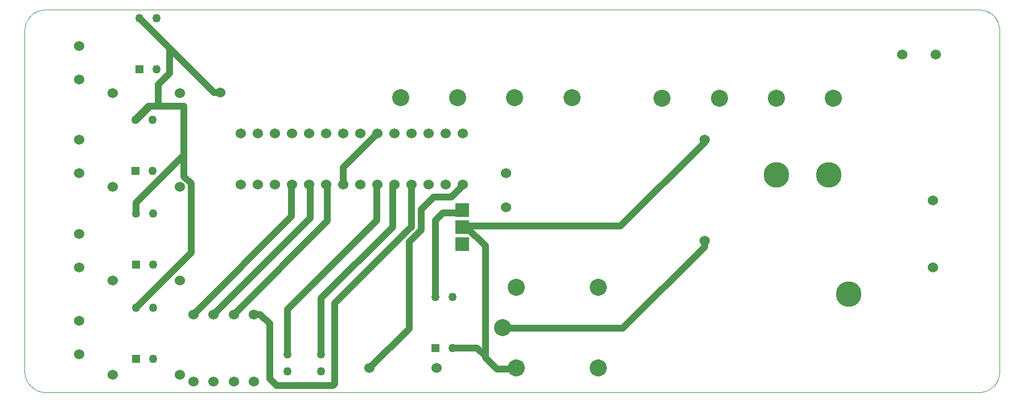
<source format=gbr>
G04 PROTEUS GERBER X2 FILE*
%TF.GenerationSoftware,Labcenter,Proteus,8.17-SP2-Build37159*%
%TF.CreationDate,2025-10-20T01:17:28+00:00*%
%TF.FileFunction,Copper,L1,Top*%
%TF.FilePolarity,Positive*%
%TF.Part,Single*%
%TF.SameCoordinates,{dfd261b3-5dba-4516-bcbd-5d7d19192189}*%
%FSLAX45Y45*%
%MOMM*%
G01*
%TA.AperFunction,Conductor*%
%ADD10C,1.016000*%
%TA.AperFunction,ViaPad*%
%ADD11C,1.524000*%
%TA.AperFunction,ComponentPad*%
%ADD12C,1.524000*%
%TA.AperFunction,ComponentPad*%
%ADD13C,2.540000*%
%TA.AperFunction,ComponentPad*%
%ADD14C,3.810000*%
%TA.AperFunction,ComponentPad*%
%ADD15R,2.032000X2.032000*%
%TA.AperFunction,ComponentPad*%
%ADD16R,1.270000X1.270000*%
%ADD17C,1.270000*%
%TA.AperFunction,ComponentPad*%
%ADD18C,1.016000*%
%TA.AperFunction,Profile*%
%ADD19C,0.101600*%
%TD.AperFunction*%
D10*
X-700000Y+1000000D02*
X-700000Y+962026D01*
X-1947522Y-285496D01*
X-4285496Y-285496D01*
X-4300000Y-300000D01*
X-700000Y-500000D02*
X-700000Y-594009D01*
X-1913198Y-1807207D01*
X-3692793Y-1807207D01*
X-3700000Y-1800000D01*
X-6400000Y-2000000D02*
X-6400000Y-1360000D01*
X-5340000Y-300000D01*
X-5340000Y+309460D01*
X-5311460Y+338000D01*
X-6900000Y-2000000D02*
X-6900000Y-1525331D01*
X-5569485Y-194816D01*
X-5569485Y+333975D01*
X-5565460Y+338000D01*
X-7400000Y-1600000D02*
X-7304410Y-1600000D01*
X-7167452Y-1736958D01*
X-7167452Y-2561388D01*
X-7062782Y-2666058D01*
X-6226442Y-2666058D01*
X-6197507Y-2637123D01*
X-6197507Y-1436903D01*
X-5094980Y-334376D01*
X-5057460Y-296856D01*
X-5057460Y+338000D01*
X-7700000Y-1600000D02*
X-6310000Y-210000D01*
X-6310000Y+320540D01*
X-6327460Y+338000D01*
X-8000000Y-1600000D02*
X-6567342Y-167342D01*
X-6567342Y+323882D01*
X-6581460Y+338000D01*
X-8300000Y-1600000D02*
X-6840000Y-140000D01*
X-6840000Y+333460D01*
X-6835460Y+338000D01*
X-5568000Y+1100000D02*
X-6074980Y+593020D01*
X-6074980Y+339520D01*
X-6073460Y+338000D01*
X-8439492Y+776531D02*
X-8439492Y+456243D01*
X-8332886Y+349637D01*
X-8332886Y-678886D01*
X-9154000Y-1500000D01*
X-8439492Y+1506897D02*
X-8439492Y+776531D01*
X-9156168Y+59855D01*
X-9156168Y-97832D01*
X-9154000Y-100000D01*
X-3960000Y-2225392D02*
X-4083861Y-2101531D01*
X-4444469Y-2101531D01*
X-4446000Y-2100000D01*
X-4300000Y-300000D02*
X-4240000Y-300000D01*
X-3960000Y-580000D01*
X-3960000Y-2225392D01*
X-3500000Y-2400000D02*
X-3520804Y-2420804D01*
X-3783113Y-2420804D01*
X-3960000Y-2243917D01*
X-3960000Y-2225392D01*
X-4300000Y-46000D02*
X-4339043Y-85043D01*
X-4572742Y-85043D01*
X-4590050Y-85043D01*
X-4700391Y-195384D01*
X-4700391Y-1337609D01*
X-4700000Y-1338000D01*
X-8840000Y+1506897D02*
X-8930000Y+1506897D01*
X-8940944Y+1506897D01*
X-9145841Y+1302000D01*
X-9160000Y+1302000D01*
X-8439492Y+1506897D02*
X-8840000Y+1506897D01*
X-8930000Y+1506897D01*
X-8940944Y+1506897D01*
X-8964419Y+1506897D01*
X-9160000Y+1311316D01*
X-9160000Y+1302000D01*
X-7900000Y+1710000D02*
X-7998000Y+1710000D01*
X-8657610Y+2369610D01*
X-9100000Y+2812000D01*
X-8657610Y+2369610D02*
X-8657610Y+1992647D01*
X-8827378Y+1822879D01*
X-8827378Y+1519519D01*
X-8840000Y+1506897D01*
X-6900000Y-2200000D02*
X-6900000Y-2000000D01*
X-6400000Y-2200000D02*
X-6400000Y-2000000D01*
X-5680000Y-2400000D02*
X-5092607Y-1812607D01*
X-5092607Y-523558D01*
X-4910000Y-340951D01*
X-4910000Y-40000D01*
X-4724100Y+145900D01*
X-4482220Y+145900D01*
X-4464991Y+145900D01*
X-4295460Y+315431D01*
X-4295460Y+338000D01*
D11*
X-7900000Y+1710000D03*
D12*
X+2740000Y+2270000D03*
X+2240000Y+2270000D03*
D13*
X-1330000Y+1620000D03*
X-480000Y+1620000D03*
X+370000Y+1620000D03*
X+1220000Y+1620000D03*
D14*
X+1450000Y-1300000D03*
D12*
X+2700000Y+100000D03*
X+2700000Y-900000D03*
D14*
X+370000Y+480000D03*
X+1150000Y+480000D03*
D12*
X-3650000Y+0D03*
X-3650000Y+500000D03*
X-700000Y-500000D03*
X-700000Y+1000000D03*
D15*
X-4300000Y-554000D03*
X-4300000Y-300000D03*
X-4300000Y-46000D03*
D13*
X-3500000Y-1200000D03*
X-3500000Y-2400000D03*
X-3700000Y-1800000D03*
X-2280000Y-1200000D03*
X-2280000Y-2400000D03*
D12*
X-7597460Y+338000D03*
X-7343460Y+338000D03*
X-7089460Y+338000D03*
X-6835460Y+338000D03*
X-6581460Y+338000D03*
X-6327460Y+338000D03*
X-6073460Y+338000D03*
X-5819460Y+338000D03*
X-5565460Y+338000D03*
X-5311460Y+338000D03*
X-5057460Y+338000D03*
X-4803460Y+338000D03*
X-4549460Y+338000D03*
X-4295460Y+338000D03*
X-4298000Y+1100000D03*
X-4552000Y+1100000D03*
X-4806000Y+1100000D03*
X-5060000Y+1100000D03*
X-5314000Y+1100000D03*
X-5568000Y+1100000D03*
X-5822000Y+1100000D03*
X-6076000Y+1100000D03*
X-6330000Y+1100000D03*
X-6584000Y+1100000D03*
X-6838000Y+1100000D03*
X-7092000Y+1100000D03*
X-7346000Y+1100000D03*
X-7600000Y+1100000D03*
X-10000000Y+1900000D03*
X-10000000Y+2400000D03*
X-10000000Y+500000D03*
X-10000000Y+1000000D03*
X-10000000Y-900000D03*
X-10000000Y-400000D03*
X-10000000Y-2200000D03*
X-10000000Y-1700000D03*
X-8500000Y+1700000D03*
X-9500000Y+1700000D03*
X-8500000Y+300000D03*
X-9500000Y+300000D03*
X-8500000Y-1100000D03*
X-9500000Y-1100000D03*
X-8500000Y-2500000D03*
X-9500000Y-2500000D03*
D16*
X-9160000Y+540000D03*
D17*
X-8906000Y+540000D03*
X-8906000Y+1302000D03*
X-9160000Y+1302000D03*
D16*
X-9154000Y-862000D03*
D17*
X-8900000Y-862000D03*
X-8900000Y-100000D03*
X-9154000Y-100000D03*
D16*
X-9154000Y-2262000D03*
D17*
X-8900000Y-2262000D03*
X-8900000Y-1500000D03*
X-9154000Y-1500000D03*
D12*
X-8300000Y-1600000D03*
X-8300000Y-2600000D03*
X-8000000Y-1600000D03*
X-8000000Y-2600000D03*
X-7700000Y-1600000D03*
X-7700000Y-2600000D03*
X-7400000Y-1600000D03*
X-7400000Y-2600000D03*
D16*
X-4700000Y-2100000D03*
D17*
X-4446000Y-2100000D03*
X-4446000Y-1338000D03*
X-4700000Y-1338000D03*
D18*
X-6900000Y-2000000D03*
X-6400000Y-2000000D03*
D17*
X-6900000Y-2200000D03*
X-6900000Y-2450000D03*
X-6400000Y-2200000D03*
X-6400000Y-2450000D03*
D13*
X-5220000Y+1630000D03*
X-4370000Y+1630000D03*
X-3520000Y+1630000D03*
X-2670000Y+1630000D03*
D16*
X-9100000Y+2050000D03*
D17*
X-8846000Y+2050000D03*
X-8846000Y+2812000D03*
X-9100000Y+2812000D03*
D12*
X-5680000Y-2400000D03*
X-4680000Y-2400000D03*
D19*
X+3390000Y+2940000D02*
X+3450453Y+2933904D01*
X+3506763Y+2916421D01*
X+3557722Y+2888758D01*
X+3602122Y+2852122D01*
X+3638758Y+2807722D01*
X+3666421Y+2756763D01*
X+3683904Y+2700453D01*
X+3690000Y+2640000D01*
X+3390000Y-2760000D02*
X+3450453Y-2753904D01*
X+3506763Y-2736421D01*
X+3557722Y-2708758D01*
X+3602122Y-2672122D01*
X+3638758Y-2627722D01*
X+3666421Y-2576763D01*
X+3683904Y-2520453D01*
X+3690000Y-2460000D01*
X-10810000Y-2460000D02*
X-10803904Y-2520453D01*
X-10786421Y-2576763D01*
X-10758758Y-2627722D01*
X-10722122Y-2672122D01*
X-10677722Y-2708758D01*
X-10626763Y-2736421D01*
X-10570453Y-2753904D01*
X-10510000Y-2760000D01*
X-10810000Y+2640000D02*
X-10803904Y+2700453D01*
X-10786421Y+2756763D01*
X-10758758Y+2807722D01*
X-10722122Y+2852122D01*
X-10677722Y+2888758D01*
X-10626763Y+2916421D01*
X-10570453Y+2933904D01*
X-10510000Y+2940000D01*
X-10810000Y-2460000D02*
X-10810000Y+2640000D01*
X-10510000Y+2940000D02*
X+3390000Y+2940000D01*
X+3690000Y+2640000D02*
X+3690000Y-2460000D01*
X+3390000Y-2760000D02*
X-10510000Y-2760000D01*
M02*

</source>
